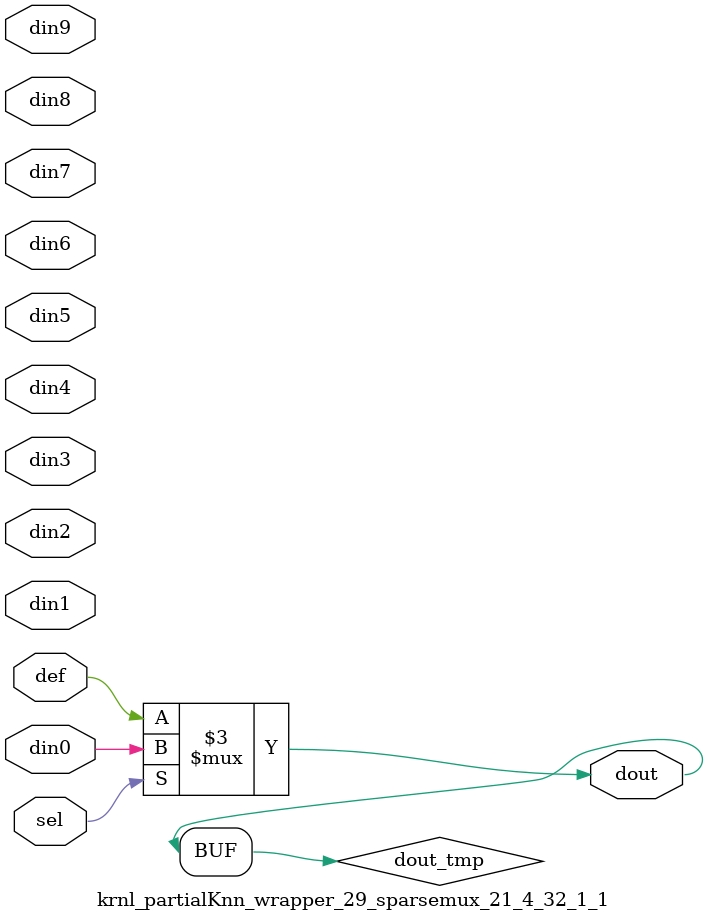
<source format=v>
`timescale 1ns / 1ps

module krnl_partialKnn_wrapper_29_sparsemux_21_4_32_1_1 (din0,din1,din2,din3,din4,din5,din6,din7,din8,din9,def,sel,dout);

parameter din0_WIDTH = 1;

parameter din1_WIDTH = 1;

parameter din2_WIDTH = 1;

parameter din3_WIDTH = 1;

parameter din4_WIDTH = 1;

parameter din5_WIDTH = 1;

parameter din6_WIDTH = 1;

parameter din7_WIDTH = 1;

parameter din8_WIDTH = 1;

parameter din9_WIDTH = 1;

parameter def_WIDTH = 1;
parameter sel_WIDTH = 1;
parameter dout_WIDTH = 1;

parameter [sel_WIDTH-1:0] CASE0 = 1;

parameter [sel_WIDTH-1:0] CASE1 = 1;

parameter [sel_WIDTH-1:0] CASE2 = 1;

parameter [sel_WIDTH-1:0] CASE3 = 1;

parameter [sel_WIDTH-1:0] CASE4 = 1;

parameter [sel_WIDTH-1:0] CASE5 = 1;

parameter [sel_WIDTH-1:0] CASE6 = 1;

parameter [sel_WIDTH-1:0] CASE7 = 1;

parameter [sel_WIDTH-1:0] CASE8 = 1;

parameter [sel_WIDTH-1:0] CASE9 = 1;

parameter ID = 1;
parameter NUM_STAGE = 1;



input [din0_WIDTH-1:0] din0;

input [din1_WIDTH-1:0] din1;

input [din2_WIDTH-1:0] din2;

input [din3_WIDTH-1:0] din3;

input [din4_WIDTH-1:0] din4;

input [din5_WIDTH-1:0] din5;

input [din6_WIDTH-1:0] din6;

input [din7_WIDTH-1:0] din7;

input [din8_WIDTH-1:0] din8;

input [din9_WIDTH-1:0] din9;

input [def_WIDTH-1:0] def;
input [sel_WIDTH-1:0] sel;

output [dout_WIDTH-1:0] dout;



reg [dout_WIDTH-1:0] dout_tmp;

always @ (*) begin
case (sel)
    
    CASE0 : dout_tmp = din0;
    
    CASE1 : dout_tmp = din1;
    
    CASE2 : dout_tmp = din2;
    
    CASE3 : dout_tmp = din3;
    
    CASE4 : dout_tmp = din4;
    
    CASE5 : dout_tmp = din5;
    
    CASE6 : dout_tmp = din6;
    
    CASE7 : dout_tmp = din7;
    
    CASE8 : dout_tmp = din8;
    
    CASE9 : dout_tmp = din9;
    
    default : dout_tmp = def;
endcase
end


assign dout = dout_tmp;



endmodule

</source>
